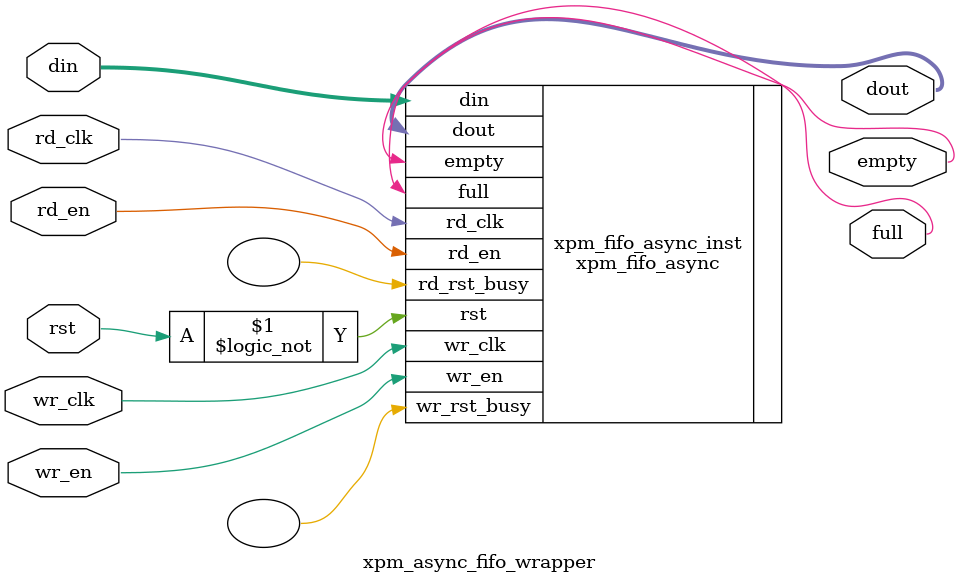
<source format=v>
`timescale 1ns / 1ps


module xpm_async_fifo_wrapper #(
    parameter DATA_WIDTH = 320,  //
    parameter FIFO_DEPTH = 32 //
)(
    input wire wr_clk,          // 
    input wire rd_clk,          // 
    input wire rst,             // active low
    input wire [DATA_WIDTH-1:0] din,  // data input
    input wire wr_en,           // write enable
    input wire rd_en,           // read enable
    output wire [DATA_WIDTH-1:0] dout, // data output
    output wire full,           // FIFO full
    output wire empty          // FIFO empty
);
    // XPM Async FIFO instance
    xpm_fifo_async #(
        .FIFO_MEMORY_TYPE("auto"),       // "auto", "distributed", "block"
        .FIFO_WRITE_DEPTH(FIFO_DEPTH),   // 
        .WRITE_DATA_WIDTH(DATA_WIDTH),   // 
        .READ_DATA_WIDTH(DATA_WIDTH),    // 
        .USE_ADV_FEATURES("0000"),       // advanced features 
        .READ_MODE("fwft"),              // std or fwft
        .FIFO_READ_LATENCY(0)           // latency 0（the only applicable value in FWFT mode）
    ) xpm_fifo_async_inst (
        .wr_clk(wr_clk),                 // 
        .rd_clk(rd_clk),                 // 
        .rst(!rst),                       // 
        .din(din),                       // 
        .wr_en(wr_en),                   // 
        .rd_en(rd_en),                   // 
        .dout(dout),                     // 
        .full(full),                     // 
        .empty(empty),                   // 
        .wr_rst_busy(),                  // write reset flag while writing
        .rd_rst_busy()                   // read reset flag while reading
    );
endmodule

</source>
